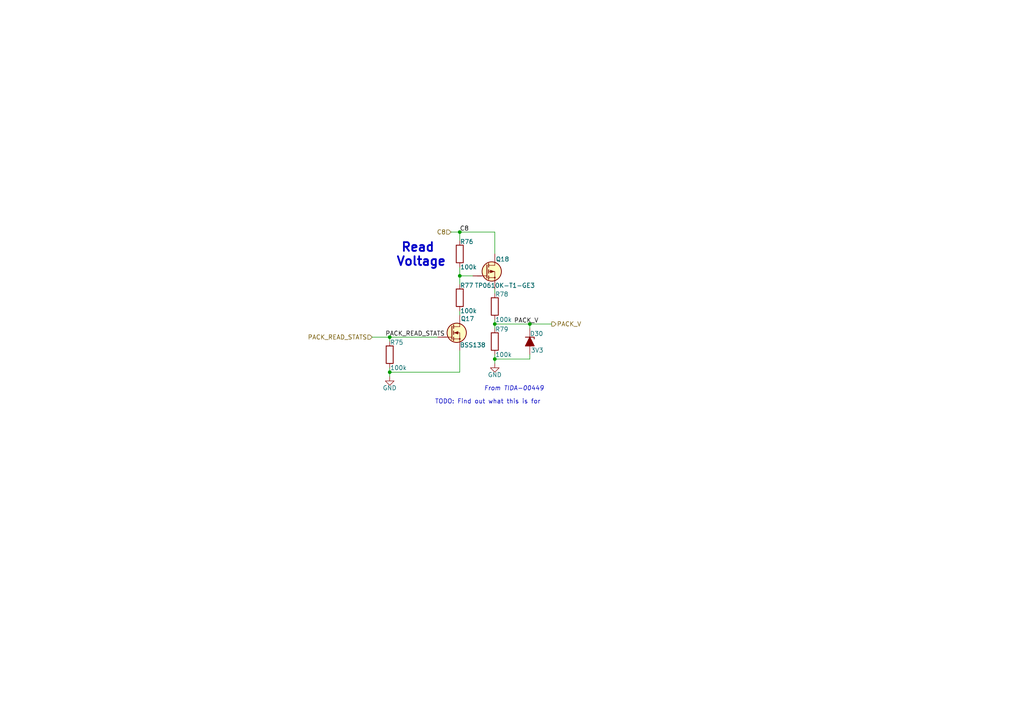
<source format=kicad_sch>
(kicad_sch (version 20250114) (generator "eeschema") (generator_version "9.0")
  (paper "A4")
  (lib_symbols
    (symbol "Device:D_Zener_Filled" (pin_numbers (hide yes)) (pin_names (offset 1.016) (hide yes))
      (property "Reference" "D" (at 0 2.54 0))
      (property "Value" "D_Zener_Filled" (at 0 -2.54 0))
      (symbol "D_Zener_Filled_0_1"
        (polyline (pts (xy -1.27 -1.27) (xy -1.27 1.27) (xy -0.762 1.27)) (stroke (width 0.254)))
        (polyline (pts (xy 1.27 0) (xy -1.27 0)))
        (polyline (pts (xy 1.27 -1.27) (xy 1.27 1.27) (xy -1.27 0) (xy 1.27 -1.27)) (stroke (width 0.254)) (fill (type outline)))
      )
      (symbol "D_Zener_Filled_1_1"
        (pin passive line (at -3.81 0 0) (length 2.54) (name "K") (number "1"))
        (pin passive line (at 3.81 0 180) (length 2.54) (name "A") (number "2"))
      )
    )
    (symbol "Device:R" (pin_numbers (hide yes)) (pin_names (offset 0))
      (property "Reference" "R" (at 2.032 0 90))
      (property "Value" "R" (at 0 0 90))
      (symbol "R_0_1"
        (rectangle (start -1.016 -2.54) (end 1.016 2.54) (stroke (width 0.254)))
      )
      (symbol "R_1_1"
        (pin passive line (at 0 3.81 270) (length 1.27) (name "~") (number "1"))
        (pin passive line (at 0 -3.81 90) (length 1.27) (name "~") (number "2"))
      )
    )
    (symbol "PCM_Transistor_MOSFET_AKL:BSS138" (pin_numbers (hide yes)) (pin_names (hide yes))
      (property "Reference" "Q" (at 5.08 1.27 0))
      (property "Value" "BSS138" (at 5.08 -1.27 0))
      (symbol "BSS138_0_1"
        (polyline (pts (xy 0.254 1.905) (xy 0.254 -1.905)) (stroke (width 0.254)))
        (polyline (pts (xy 0.254 -1.27) (xy -2.54 -1.27)))
        (polyline (pts (xy 0.762 2.286) (xy 0.762 1.27)) (stroke (width 0.254)))
        (polyline (pts (xy 0.762 0.508) (xy 0.762 -0.508)) (stroke (width 0.254)))
        (polyline (pts (xy 0.762 -1.27) (xy 0.762 -2.286)) (stroke (width 0.254)))
        (polyline (pts (xy 0.762 -1.778) (xy 2.54 -1.778)))
        (polyline (pts (xy 1.016 0) (xy 2.032 0.381) (xy 2.032 -0.381) (xy 1.016 0)) (fill (type outline)))
        (circle (center 1.651 0) (radius 2.794) (stroke (width 0.254)) (fill (type background)))
        (polyline (pts (xy 2.54 2.54) (xy 2.54 1.778)))
        (polyline (pts (xy 2.54 1.778) (xy 0.762 1.778)))
        (circle (center 2.54 -1.778) (radius 0.1778) (fill (type outline)))
        (polyline (pts (xy 2.54 -2.54) (xy 2.54 0) (xy 0.762 0)))
      )
      (symbol "BSS138_1_1"
        (pin input line (at -3.81 -1.27 0) (length 2.54) (name "G") (number "1"))
        (pin passive line (at 2.54 5.08 270) (length 2.54) (name "D") (number "3"))
        (pin passive line (at 2.54 -5.08 90) (length 2.54) (name "S") (number "2"))
      )
    )
    (symbol "PCM_Transistor_MOSFET_AKL:TP0610K" (pin_numbers (hide yes)) (pin_names (hide yes))
      (property "Reference" "Q" (at 5.08 1.27 0))
      (property "Value" "TP0610K" (at 5.08 -1.27 0))
      (symbol "TP0610K_0_1"
        (polyline (pts (xy 0.254 1.27) (xy -2.54 1.27)))
        (polyline (pts (xy 0.254 -1.905) (xy 0.254 1.905)) (stroke (width 0.254)))
        (polyline (pts (xy 0.762 1.778) (xy 2.54 1.778)))
        (polyline (pts (xy 0.762 1.27) (xy 0.762 2.286)) (stroke (width 0.254)))
        (polyline (pts (xy 0.762 -0.508) (xy 0.762 0.508)) (stroke (width 0.254)))
        (polyline (pts (xy 0.762 -1.778) (xy 2.54 -1.778)))
        (polyline (pts (xy 0.762 -2.286) (xy 0.762 -1.27)) (stroke (width 0.254)))
        (polyline (pts (xy 2.286 0) (xy 1.27 -0.381) (xy 1.27 0.381) (xy 2.286 0)) (fill (type outline)))
        (polyline (pts (xy 2.54 2.54) (xy 2.54 0) (xy 0.762 0)))
        (polyline (pts (xy 2.54 -2.54) (xy 2.54 -1.778)))
      )
      (symbol "TP0610K_1_1"
        (circle (center 1.651 0) (radius 2.794) (stroke (width 0.254)) (fill (type background)))
        (circle (center 2.54 1.778) (radius 0.1778) (fill (type outline)))
        (pin input line (at -3.81 1.27 0) (length 2.54) (name "G") (number "1"))
        (pin passive line (at 2.54 5.08 270) (length 2.54) (name "S") (number "2"))
        (pin passive line (at 2.54 -5.08 90) (length 2.54) (name "D") (number "3"))
      )
    )
    (symbol "power:GND" (power) (pin_numbers (hide yes)) (pin_names (offset 0) (hide yes))
      (property "Value" "GND" (at 0 -3.81 0))
      (symbol "GND_0_1"
        (polyline (pts (xy 0 0) (xy 0 -1.27) (xy 1.27 -1.27) (xy 0 -2.54) (xy -1.27 -1.27) (xy 0 -1.27)))
      )
      (symbol "GND_1_1"
        (pin power_in line (at 0 0 270) (length 0) (name "~") (number "1"))
      )
    )
  )
  (text "TODO: Find out what this is for" (at 141.478 116.586 0) (effects (font (size 1.27 1.27))))
  (text "Read \nVoltage" (at 122.174 73.914 0) (effects (font (size 2.54 2.54) (thickness 0.508) (bold yes))))
  (text "From TIDA-00449" (at 149.098 112.776 0) (effects (font (size 1.27 1.27) (italic yes))))
  (junction (at 113.03 107.95))
  (junction (at 143.51 93.98))
  (junction (at 153.67 93.98))
  (junction (at 133.35 80.01))
  (junction (at 143.51 104.14))
  (junction (at 113.03 97.79))
  (junction (at 133.35 67.31))
  (wire (pts (xy 133.35 107.95) (xy 133.35 101.6)))
  (wire (pts (xy 113.03 107.95) (xy 113.03 109.22)))
  (wire (pts (xy 133.35 67.31) (xy 143.51 67.31)))
  (wire (pts (xy 153.67 102.87) (xy 153.67 104.14)))
  (wire (pts (xy 143.51 93.98) (xy 143.51 95.25)))
  (wire (pts (xy 143.51 104.14) (xy 153.67 104.14)))
  (wire (pts (xy 133.35 90.17) (xy 133.35 91.44)))
  (wire (pts (xy 143.51 83.82) (xy 143.51 85.09)))
  (wire (pts (xy 143.51 93.98) (xy 153.67 93.98)))
  (wire (pts (xy 143.51 67.31) (xy 143.51 73.66)))
  (wire (pts (xy 143.51 92.71) (xy 143.51 93.98)))
  (wire (pts (xy 113.03 107.95) (xy 113.03 106.68)))
  (wire (pts (xy 153.67 93.98) (xy 160.02 93.98)))
  (wire (pts (xy 107.95 97.79) (xy 113.03 97.79)))
  (wire (pts (xy 133.35 80.01) (xy 133.35 82.55)))
  (wire (pts (xy 143.51 104.14) (xy 143.51 105.41)))
  (wire (pts (xy 133.35 77.47) (xy 133.35 80.01)))
  (wire (pts (xy 153.67 93.98) (xy 153.67 95.25)))
  (wire (pts (xy 127 97.79) (xy 113.03 97.79)))
  (wire (pts (xy 133.35 69.85) (xy 133.35 67.31)))
  (wire (pts (xy 113.03 97.79) (xy 113.03 99.06)))
  (wire (pts (xy 113.03 107.95) (xy 133.35 107.95)))
  (wire (pts (xy 143.51 102.87) (xy 143.51 104.14)))
  (wire (pts (xy 133.35 80.01) (xy 137.16 80.01)))
  (wire (pts (xy 130.81 67.31) (xy 133.35 67.31)))
  (label "C8" (at 133.35 67.31 0))
  (label "PACK_READ_STATS" (at 111.76 97.79 0))
  (label "PACK_V" (at 156.21 93.98 180))
  (hierarchical_label "PACK_V" (shape output) (at 160.02 93.98 0))
  (hierarchical_label "PACK_READ_STATS" (shape input) (at 107.95 97.79 180))
  (hierarchical_label "C8" (shape input) (at 130.81 67.31 180))
  (symbol (lib_id "Device:R") (at 143.51 88.9 0) (mirror y) (unit 1)
    (property "Reference" "R78" (at 145.542 85.344 0))
    (property "Value" "100k" (at 146.05 92.71 0))
    (property "Description" "Resistor" (effects (hide yes)))
  )
  (symbol (lib_id "Device:R") (at 143.51 99.06 0) (mirror y) (unit 1)
    (property "Reference" "R79" (at 145.542 95.504 0))
    (property "Value" "100k" (at 146.05 102.87 0))
    (property "Description" "Resistor" (effects (hide yes)))
  )
  (symbol (lib_id "power:GND") (at 113.03 109.22 0) (unit 1)
    (property "Reference" "#PWR019" (effects (hide yes)))
    (property "Value" "GND" (at 115.062 112.522 0) (effects (justify right)))
    (property "Description" "Power symbol creates a global label with name \"GND\" , ground" (effects (hide yes)))
  )
  (symbol (lib_id "PCM_Transistor_MOSFET_AKL:TP0610K") (at 140.97 78.74 0) (mirror x) (unit 1)
    (property "Reference" "Q18" (at 143.764 75.184 0) (effects (justify left)))
    (property "Value" "TP0610K-T1-GE3" (at 137.668 82.804 0) (effects (justify left)))
    (property "Footprint" "PCM_Package_TO_SOT_SMD_AKL:SOT-23" (effects (hide yes)))
    (property "Datasheet" "https://www.tme.eu/Document/bf3839a9c58b229b2d33f5377667fc32/tp0610k.pdf" (effects (hide yes)))
    (property "Description" "SOT-23 P-MOSFET enchancement mode transistor, 60V, 185mA, 350mW, Alternate KiCAD Library" (effects (hide yes)))
  )
  (symbol (lib_id "Device:R") (at 133.35 73.66 0) (mirror y) (unit 1)
    (property "Reference" "R76" (at 135.382 70.104 0))
    (property "Value" "100k" (at 135.89 77.47 0))
    (property "Description" "Resistor" (effects (hide yes)))
  )
  (symbol (lib_id "PCM_Transistor_MOSFET_AKL:BSS138") (at 130.81 96.52 0) (unit 1)
    (property "Reference" "Q17" (at 133.604 92.456 0) (effects (justify left)))
    (property "Value" "BSS138" (at 133.35 100.076 0) (effects (justify left)))
    (property "Footprint" "PCM_Package_TO_SOT_SMD_AKL:SOT-23" (effects (hide yes)))
    (property "Datasheet" "https://www.tme.eu/Document/2b32cdd3c66afedbcd628e73d93ae817/BSS138-7-F.pdf" (effects (hide yes)))
    (property "Description" "SOT-23 N-MOSFET enchancement mode transistor, 50V, 200mA, 300mW, Alternate KiCAD Library" (effects (hide yes)))
  )
  (symbol (lib_id "Device:R") (at 133.35 86.36 0) (mirror y) (unit 1)
    (property "Reference" "R77" (at 135.382 82.804 0))
    (property "Value" "100k" (at 135.89 90.17 0))
    (property "Description" "Resistor" (effects (hide yes)))
  )
  (symbol (lib_id "Device:D_Zener_Filled") (at 153.67 99.06 270) (unit 1)
    (property "Reference" "D30" (at 153.67 96.774 90) (effects (justify left)))
    (property "Value" "3V3" (at 153.924 101.6 90) (effects (justify left)))
    (property "Description" "Zener diode, filled shape" (effects (hide yes)))
  )
  (symbol (lib_id "Device:R") (at 113.03 102.87 0) (mirror y) (unit 1)
    (property "Reference" "R75" (at 115.062 99.314 0))
    (property "Value" "100k" (at 115.57 106.68 0))
    (property "Description" "Resistor" (effects (hide yes)))
  )
  (symbol (lib_id "power:GND") (at 143.51 105.41 0) (unit 1)
    (property "Reference" "#PWR020" (effects (hide yes)))
    (property "Value" "GND" (at 145.542 108.712 0) (effects (justify right)))
    (property "Description" "Power symbol creates a global label with name \"GND\" , ground" (effects (hide yes)))
  )
)
</source>
